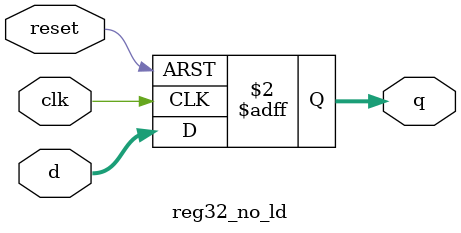
<source format=v>
`timescale 1ns / 1ps
/* ***************************** C E C S  4 4 0 *******************************
 * 
 * File Name:  reg32_no_ld.v
 * Project:    Lab_Assignment_4
 * Designer:   Chanartip Soonthornwan, Jonathan Shihata
 * Email:      Chanartip.Soonthornwan@gmail.com, JonnyShihata@gmail.com
 * Rev. No.:   Version 1.0
 * Rev. Date:  10/7/2017
 * 
 * Rev. No.:   Version 1.1
 * Rev. Date:  Current Rev. 10/10/2017
 *    Notes:   - filename changed
 *             - comments added
 *
 * Purpose:    A 32-bit memory holding 32-bit value and output it
 *             on next active clock.
 *
 * ***************************************************************************/
module reg32_no_ld(clk, reset, d, q);

   input     clk, reset;      // on-board clock, and reset signal
   input      [31:0]  d;      // data inputs
   output reg [31:0]  q;      // data outputs

   always@(posedge clk, posedge reset) 
      if(reset) q <= 32'b0;   // reset
      else      q <= d;       // assign new value

endmodule

</source>
